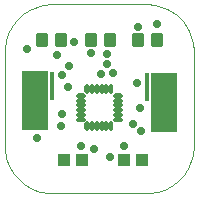
<source format=gts>
G04 Layer_Color=8388736*
%FSLAX25Y25*%
%MOIN*%
G70*
G01*
G75*
%ADD17C,0.00050*%
G04:AMPARAMS|DCode=24|XSize=33.2mil|YSize=16.66mil|CornerRadius=5.08mil|HoleSize=0mil|Usage=FLASHONLY|Rotation=270.000|XOffset=0mil|YOffset=0mil|HoleType=Round|Shape=RoundedRectangle|*
%AMROUNDEDRECTD24*
21,1,0.03320,0.00650,0,0,270.0*
21,1,0.02303,0.01666,0,0,270.0*
1,1,0.01016,-0.00325,-0.01152*
1,1,0.01016,-0.00325,0.01152*
1,1,0.01016,0.00325,0.01152*
1,1,0.01016,0.00325,-0.01152*
%
%ADD24ROUNDEDRECTD24*%
G04:AMPARAMS|DCode=25|XSize=33.2mil|YSize=16.66mil|CornerRadius=5.08mil|HoleSize=0mil|Usage=FLASHONLY|Rotation=180.000|XOffset=0mil|YOffset=0mil|HoleType=Round|Shape=RoundedRectangle|*
%AMROUNDEDRECTD25*
21,1,0.03320,0.00650,0,0,180.0*
21,1,0.02303,0.01666,0,0,180.0*
1,1,0.01016,-0.01152,0.00325*
1,1,0.01016,0.01152,0.00325*
1,1,0.01016,0.01152,-0.00325*
1,1,0.01016,-0.01152,-0.00325*
%
%ADD25ROUNDEDRECTD25*%
%ADD26R,0.08800X0.01981*%
%ADD27R,0.01575X0.09394*%
G04:AMPARAMS|DCode=28|XSize=40.95mil|YSize=44.09mil|CornerRadius=5.67mil|HoleSize=0mil|Usage=FLASHONLY|Rotation=0.000|XOffset=0mil|YOffset=0mil|HoleType=Round|Shape=RoundedRectangle|*
%AMROUNDEDRECTD28*
21,1,0.04095,0.03276,0,0,0.0*
21,1,0.02961,0.04409,0,0,0.0*
1,1,0.01134,0.01480,-0.01638*
1,1,0.01134,-0.01480,-0.01638*
1,1,0.01134,-0.01480,0.01638*
1,1,0.01134,0.01480,0.01638*
%
%ADD28ROUNDEDRECTD28*%
%ADD29R,0.04016X0.04213*%
%ADD30C,0.02894*%
%ADD31C,0.02756*%
D17*
X8Y15748D02*
X39Y14759D01*
X132Y13774D01*
X287Y12797D01*
X503Y11832D01*
X779Y10882D01*
X1114Y9951D01*
X1507Y9043D01*
X1956Y8161D01*
X2459Y7310D01*
X3015Y6492D01*
X3622Y5710D01*
X4276Y4968D01*
X4976Y4268D01*
X5718Y3614D01*
X6499Y3008D01*
X7318Y2451D01*
X8169Y1948D01*
X9051Y1499D01*
X9959Y1106D01*
X10889Y771D01*
X11840Y495D01*
X12805Y279D01*
X13782Y124D01*
X14767Y31D01*
X15756Y0D01*
Y62992D02*
X14767Y62961D01*
X13782Y62868D01*
X12805Y62713D01*
X11840Y62497D01*
X10889Y62221D01*
X9959Y61886D01*
X9051Y61493D01*
X8169Y61044D01*
X7318Y60541D01*
X6499Y59984D01*
X5718Y59378D01*
X4976Y58724D01*
X4276Y58024D01*
X3622Y57282D01*
X3015Y56501D01*
X2459Y55682D01*
X1956Y54831D01*
X1507Y53949D01*
X1114Y53041D01*
X779Y52110D01*
X503Y51160D01*
X287Y50195D01*
X132Y49218D01*
X39Y48233D01*
X8Y47244D01*
X47252Y0D02*
X48241Y31D01*
X49226Y124D01*
X50203Y279D01*
X51168Y495D01*
X52118Y771D01*
X53049Y1106D01*
X53957Y1499D01*
X54839Y1948D01*
X55690Y2451D01*
X56508Y3008D01*
X57290Y3614D01*
X58032Y4268D01*
X58732Y4968D01*
X59386Y5710D01*
X59992Y6492D01*
X60549Y7310D01*
X61052Y8161D01*
X61501Y9043D01*
X61894Y9951D01*
X62229Y10882D01*
X62505Y11832D01*
X62721Y12797D01*
X62876Y13774D01*
X62969Y14759D01*
X63000Y15748D01*
Y47244D02*
X62969Y48233D01*
X62876Y49218D01*
X62721Y50195D01*
X62505Y51161D01*
X62229Y52110D01*
X61894Y53041D01*
X61501Y53949D01*
X61052Y54831D01*
X60549Y55682D01*
X59992Y56501D01*
X59386Y57282D01*
X58732Y58024D01*
X58032Y58724D01*
X57290Y59378D01*
X56508Y59984D01*
X55690Y60541D01*
X54839Y61044D01*
X53957Y61493D01*
X53049Y61886D01*
X52118Y62221D01*
X51168Y62497D01*
X50203Y62713D01*
X49226Y62868D01*
X48241Y62961D01*
X47252Y62992D01*
X63000Y47244D02*
X62969Y48233D01*
X62876Y49218D01*
X62721Y50195D01*
X62505Y51161D01*
X62229Y52110D01*
X61894Y53041D01*
X61501Y53949D01*
X61052Y54831D01*
X60549Y55682D01*
X59992Y56501D01*
X59386Y57282D01*
X58732Y58024D01*
X58032Y58724D01*
X57290Y59378D01*
X56508Y59984D01*
X55690Y60541D01*
X54839Y61044D01*
X53957Y61493D01*
X53049Y61886D01*
X52118Y62221D01*
X51168Y62497D01*
X50203Y62713D01*
X49226Y62868D01*
X48241Y62961D01*
X47252Y62992D01*
X47252Y0D02*
X48241Y31D01*
X49226Y124D01*
X50203Y279D01*
X51168Y495D01*
X52118Y771D01*
X53049Y1106D01*
X53957Y1499D01*
X54839Y1948D01*
X55690Y2451D01*
X56508Y3008D01*
X57290Y3614D01*
X58032Y4268D01*
X58732Y4968D01*
X59386Y5710D01*
X59992Y6492D01*
X60549Y7310D01*
X61052Y8161D01*
X61501Y9043D01*
X61894Y9951D01*
X62229Y10882D01*
X62505Y11832D01*
X62721Y12797D01*
X62876Y13774D01*
X62969Y14759D01*
X63000Y15748D01*
X15756Y62992D02*
X14767Y62961D01*
X13782Y62868D01*
X12805Y62713D01*
X11840Y62497D01*
X10889Y62221D01*
X9959Y61886D01*
X9051Y61493D01*
X8169Y61044D01*
X7318Y60541D01*
X6499Y59984D01*
X5718Y59378D01*
X4976Y58724D01*
X4276Y58024D01*
X3622Y57282D01*
X3015Y56501D01*
X2459Y55682D01*
X1956Y54831D01*
X1507Y53949D01*
X1114Y53041D01*
X779Y52110D01*
X503Y51160D01*
X287Y50195D01*
X132Y49218D01*
X39Y48233D01*
X8Y47244D01*
Y15748D02*
X39Y14759D01*
X132Y13774D01*
X287Y12797D01*
X503Y11832D01*
X779Y10882D01*
X1114Y9951D01*
X1507Y9043D01*
X1956Y8161D01*
X2459Y7310D01*
X3015Y6492D01*
X3622Y5710D01*
X4276Y4968D01*
X4976Y4268D01*
X5718Y3614D01*
X6499Y3008D01*
X7318Y2451D01*
X8169Y1948D01*
X9051Y1499D01*
X9959Y1106D01*
X10889Y771D01*
X11840Y495D01*
X12805Y279D01*
X13782Y124D01*
X14767Y31D01*
X15756Y0D01*
X63000Y15748D02*
Y47244D01*
X15756Y62992D02*
X47252D01*
X8Y15748D02*
Y47244D01*
X15756Y0D02*
X47252D01*
X15756D02*
X47252D01*
X8Y15748D02*
Y47244D01*
X15756Y62992D02*
X47252D01*
X63000Y15748D02*
Y47244D01*
D24*
X27563Y34583D02*
D03*
X29138D02*
D03*
X30713D02*
D03*
X32287D02*
D03*
X33862D02*
D03*
X35437D02*
D03*
Y22417D02*
D03*
X33862D02*
D03*
X32287D02*
D03*
X30713D02*
D03*
X29138D02*
D03*
X27563D02*
D03*
D25*
X37583Y32437D02*
D03*
Y30862D02*
D03*
Y29287D02*
D03*
Y27713D02*
D03*
Y26138D02*
D03*
Y24563D02*
D03*
X25417D02*
D03*
Y26138D02*
D03*
Y27713D02*
D03*
Y29287D02*
D03*
Y30862D02*
D03*
Y32437D02*
D03*
D26*
X53000Y21357D02*
D03*
Y23326D02*
D03*
Y25294D02*
D03*
Y27263D02*
D03*
Y29231D02*
D03*
Y31200D02*
D03*
Y39000D02*
D03*
Y37031D02*
D03*
Y35063D02*
D03*
Y33094D02*
D03*
X10000Y39737D02*
D03*
Y37769D02*
D03*
Y35800D02*
D03*
Y33832D02*
D03*
Y31863D02*
D03*
Y29895D02*
D03*
Y22095D02*
D03*
Y24063D02*
D03*
Y26032D02*
D03*
Y28000D02*
D03*
D27*
X47300Y35279D02*
D03*
X15600Y35816D02*
D03*
D28*
X44390Y51000D02*
D03*
X50610D02*
D03*
X35110Y51000D02*
D03*
X28890D02*
D03*
X18610D02*
D03*
X12390D02*
D03*
D29*
X25892Y11000D02*
D03*
X19789D02*
D03*
X45868D02*
D03*
X39765D02*
D03*
D30*
X10700Y18500D02*
D03*
X19000Y39500D02*
D03*
X23000Y50500D02*
D03*
X44000Y36800D02*
D03*
X21000Y35500D02*
D03*
X44500Y55500D02*
D03*
X7500Y48000D02*
D03*
X36000Y40000D02*
D03*
X19000Y26500D02*
D03*
X35000Y12000D02*
D03*
X29600Y14700D02*
D03*
X25375Y15725D02*
D03*
X42600Y23100D02*
D03*
X32000Y39600D02*
D03*
X50610Y56390D02*
D03*
X18700Y22400D02*
D03*
X28890Y46800D02*
D03*
X39900Y15800D02*
D03*
X45250Y20707D02*
D03*
X45100Y28400D02*
D03*
D31*
X21500Y42500D02*
D03*
X34000Y43000D02*
D03*
Y46500D02*
D03*
X17500Y46000D02*
D03*
M02*

</source>
